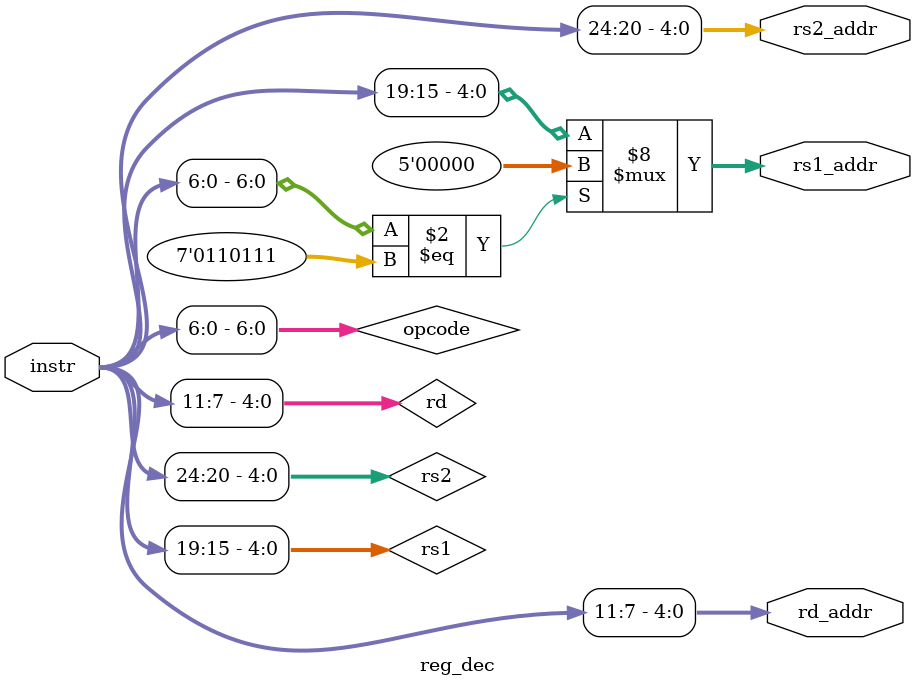
<source format=sv>
module reg_dec (
    input  [31:0] instr,
    output reg [4:0] rs1_addr, rs2_addr, rd_addr
);

    wire [4:0] rs1, rs2, rd;
    wire [6:0] opcode;

    assign rs2 = instr[24:20];
    assign rs1 = instr[19:15];
    assign rd  = instr[11:7];
    assign opcode = instr[6:0];

    localparam LUI = 7'b0110111;

    always @(*) begin
        if (opcode == LUI)
        begin
            rs1_addr = 0;
            rs2_addr = rs2;
            rd_addr  = rd;
        end
        else
        begin
            rs1_addr = rs1;
            rs2_addr = rs2;
            rd_addr  = rd;
        end
     end

endmodule
</source>
